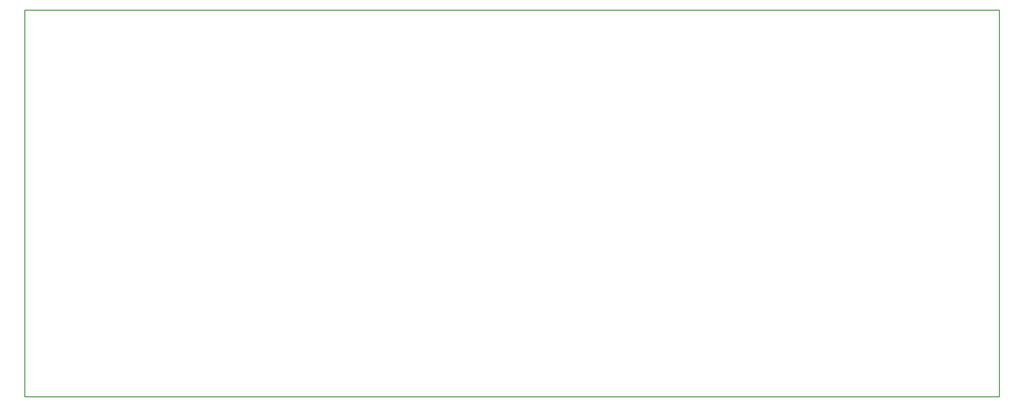
<source format=gbr>
G04 #@! TF.GenerationSoftware,KiCad,Pcbnew,6.0.9-8da3e8f707~117~ubuntu22.04.1*
G04 #@! TF.CreationDate,2022-12-17T12:05:47-05:00*
G04 #@! TF.ProjectId,atari-keyboard,61746172-692d-46b6-9579-626f6172642e,rev?*
G04 #@! TF.SameCoordinates,Original*
G04 #@! TF.FileFunction,Profile,NP*
%FSLAX46Y46*%
G04 Gerber Fmt 4.6, Leading zero omitted, Abs format (unit mm)*
G04 Created by KiCad (PCBNEW 6.0.9-8da3e8f707~117~ubuntu22.04.1) date 2022-12-17 12:05:47*
%MOMM*%
%LPD*%
G01*
G04 APERTURE LIST*
G04 #@! TA.AperFunction,Profile*
%ADD10C,0.300000*%
G04 #@! TD*
G04 APERTURE END LIST*
D10*
X38935000Y-165686250D02*
X394691250Y-165686250D01*
X394691250Y-165686250D02*
X394691250Y-307130000D01*
X394691250Y-307130000D02*
X38935000Y-307130000D01*
X38935000Y-307130000D02*
X38935000Y-165686250D01*
M02*

</source>
